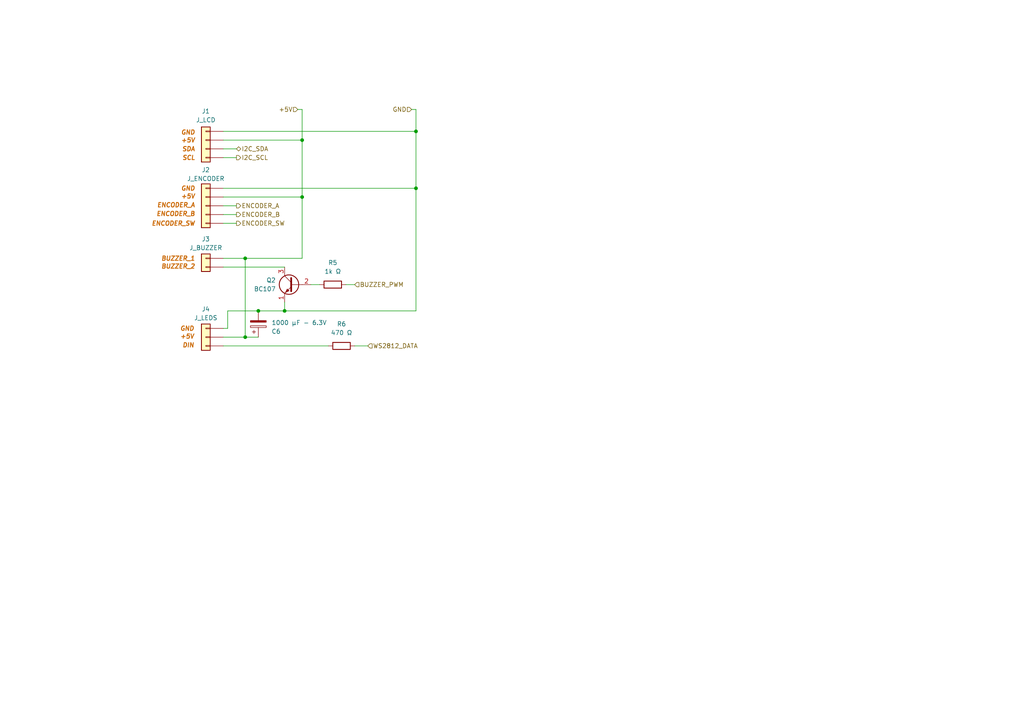
<source format=kicad_sch>
(kicad_sch (version 20250114) (generator "eeschema") (generator_version "9.0")
  (paper "A4")
  (title_block (title "Van Onboard Computer") (date "2025-11-30") (rev "1.0"))
  (lib_symbols
    (symbol "Connector_Generic:Conn_01x02" (pin_numbers (hide yes)) (pin_names (offset 1.016) (hide yes))
      (property "Reference" "J" (at 0 2.54 0))
      (property "Value" "Conn_01x02" (at 0 -5.08 0))
      (symbol "Conn_01x02_1_1"
        (rectangle (start -1.27 1.27) (end 1.27 -3.81) (stroke (width 0.254)) (fill (type background)))
        (rectangle (start -1.27 0.127) (end 0 -0.127) (stroke (width 0.1524)))
        (rectangle (start -1.27 -2.413) (end 0 -2.667) (stroke (width 0.1524)))
        (pin passive line (at -5.08 0 0) (length 3.81) (name "Pin_1") (number "1"))
        (pin passive line (at -5.08 -2.54 0) (length 3.81) (name "Pin_2") (number "2"))
      )
    )
    (symbol "Connector_Generic:Conn_01x03" (pin_numbers (hide yes)) (pin_names (offset 1.016) (hide yes))
      (property "Reference" "J" (at 0 5.08 0))
      (property "Value" "Conn_01x03" (at 0 -5.08 0))
      (symbol "Conn_01x03_1_1"
        (rectangle (start -1.27 3.81) (end 1.27 -3.81) (stroke (width 0.254)) (fill (type background)))
        (rectangle (start -1.27 2.667) (end 0 2.413) (stroke (width 0.1524)))
        (rectangle (start -1.27 0.127) (end 0 -0.127) (stroke (width 0.1524)))
        (rectangle (start -1.27 -2.413) (end 0 -2.667) (stroke (width 0.1524)))
        (pin passive line (at -5.08 2.54 0) (length 3.81) (name "Pin_1") (number "1"))
        (pin passive line (at -5.08 0 0) (length 3.81) (name "Pin_2") (number "2"))
        (pin passive line (at -5.08 -2.54 0) (length 3.81) (name "Pin_3") (number "3"))
      )
    )
    (symbol "Connector_Generic:Conn_01x04" (pin_numbers (hide yes)) (pin_names (offset 1.016) (hide yes))
      (property "Reference" "J" (at 0 5.08 0))
      (property "Value" "Conn_01x04" (at 0 -7.62 0))
      (symbol "Conn_01x04_1_1"
        (rectangle (start -1.27 3.81) (end 1.27 -6.35) (stroke (width 0.254)) (fill (type background)))
        (rectangle (start -1.27 2.667) (end 0 2.413) (stroke (width 0.1524)))
        (rectangle (start -1.27 0.127) (end 0 -0.127) (stroke (width 0.1524)))
        (rectangle (start -1.27 -2.413) (end 0 -2.667) (stroke (width 0.1524)))
        (rectangle (start -1.27 -4.953) (end 0 -5.207) (stroke (width 0.1524)))
        (pin passive line (at -5.08 2.54 0) (length 3.81) (name "Pin_1") (number "1"))
        (pin passive line (at -5.08 0 0) (length 3.81) (name "Pin_2") (number "2"))
        (pin passive line (at -5.08 -2.54 0) (length 3.81) (name "Pin_3") (number "3"))
        (pin passive line (at -5.08 -5.08 0) (length 3.81) (name "Pin_4") (number "4"))
      )
    )
    (symbol "Connector_Generic:Conn_01x05" (pin_numbers (hide yes)) (pin_names (offset 1.016) (hide yes))
      (property "Reference" "J" (at 0 7.62 0))
      (property "Value" "Conn_01x05" (at 0 -7.62 0))
      (symbol "Conn_01x05_1_1"
        (rectangle (start -1.27 6.35) (end 1.27 -6.35) (stroke (width 0.254)) (fill (type background)))
        (rectangle (start -1.27 5.207) (end 0 4.953) (stroke (width 0.1524)))
        (rectangle (start -1.27 2.667) (end 0 2.413) (stroke (width 0.1524)))
        (rectangle (start -1.27 0.127) (end 0 -0.127) (stroke (width 0.1524)))
        (rectangle (start -1.27 -2.413) (end 0 -2.667) (stroke (width 0.1524)))
        (rectangle (start -1.27 -4.953) (end 0 -5.207) (stroke (width 0.1524)))
        (pin passive line (at -5.08 5.08 0) (length 3.81) (name "Pin_1") (number "1"))
        (pin passive line (at -5.08 2.54 0) (length 3.81) (name "Pin_2") (number "2"))
        (pin passive line (at -5.08 0 0) (length 3.81) (name "Pin_3") (number "3"))
        (pin passive line (at -5.08 -2.54 0) (length 3.81) (name "Pin_4") (number "4"))
        (pin passive line (at -5.08 -5.08 0) (length 3.81) (name "Pin_5") (number "5"))
      )
    )
    (symbol "Device:C_Polarized" (pin_numbers (hide yes)) (pin_names (offset 0.254))
      (property "Reference" "C" (at 0.635 2.54 0))
      (property "Value" "C_Polarized" (at 0.635 -2.54 0))
      (symbol "C_Polarized_0_1"
        (rectangle (start -2.286 0.508) (end 2.286 1.016))
        (polyline (pts (xy -1.778 2.286) (xy -0.762 2.286)))
        (polyline (pts (xy -1.27 2.794) (xy -1.27 1.778)))
        (rectangle (start 2.286 -0.508) (end -2.286 -1.016) (fill (type outline)))
      )
      (symbol "C_Polarized_1_1"
        (pin passive line (at 0 3.81 270) (length 2.794) (name "~") (number "1"))
        (pin passive line (at 0 -3.81 90) (length 2.794) (name "~") (number "2"))
      )
    )
    (symbol "Device:R" (pin_numbers (hide yes)) (pin_names (offset 0))
      (property "Reference" "R" (at 2.032 0 90))
      (property "Value" "R" (at 0 0 90))
      (symbol "R_0_1"
        (rectangle (start -1.016 -2.54) (end 1.016 2.54) (stroke (width 0.254)))
      )
      (symbol "R_1_1"
        (pin passive line (at 0 3.81 270) (length 1.27) (name "~") (number "1"))
        (pin passive line (at 0 -3.81 90) (length 1.27) (name "~") (number "2"))
      )
    )
    (symbol "Transistor_BJT:BC107" (pin_names (offset 0) (hide yes))
      (property "Reference" "Q" (at 5.08 1.905 0))
      (property "Value" "BC107" (at 5.08 0 0))
      (symbol "BC107_0_1"
        (polyline (pts (xy -2.54 0) (xy 0.635 0)))
        (polyline (pts (xy 0.635 1.905) (xy 0.635 -1.905)) (stroke (width 0.508)))
        (circle (center 1.27 0) (radius 2.8194) (stroke (width 0.254)))
      )
      (symbol "BC107_1_1"
        (polyline (pts (xy 0.635 0.635) (xy 2.54 2.54)))
        (polyline (pts (xy 0.635 -0.635) (xy 2.54 -2.54)))
        (polyline (pts (xy 1.27 -1.778) (xy 1.778 -1.27) (xy 2.286 -2.286) (xy 1.27 -1.778)) (fill (type outline)))
        (pin input line (at -5.08 0 0) (length 2.54) (name "B") (number "2"))
        (pin passive line (at 2.54 5.08 270) (length 2.54) (name "C") (number "3"))
        (pin passive line (at 2.54 -5.08 90) (length 2.54) (name "E") (number "1"))
      )
    )
  )
  (text "GND" (at 56.388 95.504 0) (effects (font (size 1.27 1.27) (thickness 0.254) (bold yes) (italic yes)) (justify right)))
  (text "+5V" (at 56.642 57.15 0) (effects (font (size 1.27 1.27) (thickness 0.254) (bold yes) (italic yes)) (justify right)))
  (text "SDA" (at 56.642 43.434 0) (effects (font (size 1.27 1.27) (thickness 0.254) (bold yes) (italic yes)) (justify right)))
  (text "ENCODER_A" (at 56.642 59.69 0) (effects (font (size 1.27 1.27) (thickness 0.254) (bold yes) (italic yes)) (justify right)))
  (text "ENCODER_SW" (at 56.642 65.024 0) (effects (font (size 1.27 1.27) (thickness 0.254) (bold yes) (italic yes)) (justify right)))
  (text "BUZZER_2" (at 56.642 77.47 0) (effects (font (size 1.27 1.27) (thickness 0.254) (bold yes) (italic yes)) (justify right)))
  (text "BUZZER_1" (at 56.642 75.184 0) (effects (font (size 1.27 1.27) (thickness 0.254) (bold yes) (italic yes)) (justify right)))
  (text "SCL" (at 56.642 45.974 0) (effects (font (size 1.27 1.27) (thickness 0.254) (bold yes) (italic yes)) (justify right)))
  (text "+5V" (at 56.642 40.894 0) (effects (font (size 1.27 1.27) (thickness 0.254) (bold yes) (italic yes)) (justify right)))
  (text "ENCODER_B" (at 56.642 62.23 0) (effects (font (size 1.27 1.27) (thickness 0.254) (bold yes) (italic yes)) (justify right)))
  (text "GND" (at 56.642 54.864 0) (effects (font (size 1.27 1.27) (thickness 0.254) (bold yes) (italic yes)) (justify right)))
  (text "DIN" (at 56.388 100.33 0) (effects (font (size 1.27 1.27) (thickness 0.254) (bold yes) (italic yes)) (justify right)))
  (text "+5V" (at 56.388 97.79 0) (effects (font (size 1.27 1.27) (thickness 0.254) (bold yes) (italic yes)) (justify right)))
  (text "GND" (at 56.642 38.608 0) (effects (font (size 1.27 1.27) (thickness 0.254) (bold yes) (italic yes)) (justify right)))
  (junction (at 71.12 97.79))
  (junction (at 120.65 54.61))
  (junction (at 120.65 38.1))
  (junction (at 87.63 57.15))
  (junction (at 74.93 90.17))
  (junction (at 87.63 40.64))
  (junction (at 82.55 90.17))
  (junction (at 71.12 74.93))
  (wire (pts (xy 86.36 31.75) (xy 87.63 31.75)))
  (wire (pts (xy 64.77 74.93) (xy 71.12 74.93)))
  (wire (pts (xy 64.77 45.72) (xy 68.58 45.72)))
  (wire (pts (xy 66.04 95.25) (xy 64.77 95.25)))
  (wire (pts (xy 102.87 82.55) (xy 100.33 82.55)))
  (wire (pts (xy 64.77 77.47) (xy 82.55 77.47)))
  (wire (pts (xy 87.63 40.64) (xy 87.63 57.15)))
  (wire (pts (xy 92.71 82.55) (xy 90.17 82.55)))
  (wire (pts (xy 64.77 100.33) (xy 95.25 100.33)))
  (wire (pts (xy 87.63 31.75) (xy 87.63 40.64)))
  (wire (pts (xy 64.77 40.64) (xy 87.63 40.64)))
  (wire (pts (xy 64.77 97.79) (xy 71.12 97.79)))
  (wire (pts (xy 64.77 43.18) (xy 68.58 43.18)))
  (wire (pts (xy 64.77 59.69) (xy 68.58 59.69)))
  (wire (pts (xy 120.65 31.75) (xy 120.65 38.1)))
  (wire (pts (xy 71.12 97.79) (xy 74.93 97.79)))
  (wire (pts (xy 82.55 90.17) (xy 120.65 90.17)))
  (wire (pts (xy 66.04 95.25) (xy 66.04 90.17)))
  (wire (pts (xy 64.77 54.61) (xy 120.65 54.61)))
  (wire (pts (xy 66.04 90.17) (xy 74.93 90.17)))
  (wire (pts (xy 71.12 74.93) (xy 87.63 74.93)))
  (wire (pts (xy 106.68 100.33) (xy 102.87 100.33)))
  (wire (pts (xy 64.77 64.77) (xy 68.58 64.77)))
  (wire (pts (xy 82.55 87.63) (xy 82.55 90.17)))
  (wire (pts (xy 120.65 54.61) (xy 120.65 90.17)))
  (wire (pts (xy 74.93 90.17) (xy 82.55 90.17)))
  (wire (pts (xy 87.63 57.15) (xy 87.63 74.93)))
  (wire (pts (xy 119.38 31.75) (xy 120.65 31.75)))
  (wire (pts (xy 120.65 38.1) (xy 120.65 54.61)))
  (wire (pts (xy 64.77 57.15) (xy 87.63 57.15)))
  (wire (pts (xy 64.77 62.23) (xy 68.58 62.23)))
  (wire (pts (xy 71.12 97.79) (xy 71.12 74.93)))
  (wire (pts (xy 64.77 38.1) (xy 120.65 38.1)))
  (hierarchical_label "GND" (shape input) (at 119.38 31.75 180))
  (hierarchical_label "ENCODER_SW" (shape output) (at 68.58 64.77 0))
  (hierarchical_label "I2C_SDA" (shape bidirectional) (at 68.58 43.18 0))
  (hierarchical_label "ENCODER_A" (shape output) (at 68.58 59.69 0))
  (hierarchical_label "I2C_SCL" (shape output) (at 68.58 45.72 0))
  (hierarchical_label "ENCODER_B" (shape output) (at 68.58 62.23 0))
  (hierarchical_label "WS2812_DATA" (shape input) (at 106.68 100.33 0))
  (hierarchical_label "BUZZER_PWM" (shape input) (at 102.87 82.55 0))
  (hierarchical_label "+5V" (shape input) (at 86.36 31.75 180))
  (symbol (lib_id "Connector_Generic:Conn_01x03") (at 59.69 97.79 0) (mirror y) (unit 1)
    (property "Reference" "J4" (at 59.69 89.662 0))
    (property "Value" "J_LEDS" (at 59.69 92.202 0))
    (property "Description" "Generic connector, single row, 01x03, script generated (kicad-library-utils/schlib/autogen/connector/)" (effects (hide yes)))
  )
  (symbol (lib_id "Connector_Generic:Conn_01x04") (at 59.69 40.64 0) (mirror y) (unit 1)
    (property "Reference" "J1" (at 59.69 32.258 0))
    (property "Value" "J_LCD" (at 59.69 34.798 0))
    (property "Description" "Generic connector, single row, 01x04, script generated (kicad-library-utils/schlib/autogen/connector/)" (effects (hide yes)))
  )
  (symbol (lib_id "Connector_Generic:Conn_01x02") (at 59.69 74.93 0) (mirror y) (unit 1)
    (property "Reference" "J3" (at 59.69 69.342 0))
    (property "Value" "J_BUZZER" (at 59.69 71.882 0))
    (property "Description" "Generic connector, single row, 01x02, script generated (kicad-library-utils/schlib/autogen/connector/)" (effects (hide yes)))
  )
  (symbol (lib_id "Device:R") (at 96.52 82.55 270) (mirror x) (unit 1)
    (property "Reference" "R5" (at 96.52 76.2 90))
    (property "Value" "1k Ω" (at 96.52 78.74 90))
    (property "Description" "Resistor" (effects (hide yes)))
  )
  (symbol (lib_id "Device:C_Polarized") (at 74.93 93.98 0) (mirror x) (unit 1)
    (property "Reference" "C6" (at 78.74 96.1391 0) (effects (justify left)))
    (property "Value" "1000 µF - 6.3V" (at 78.74 93.5991 0) (effects (justify left)))
    (property "Description" "Polarized capacitor" (effects (hide yes)))
  )
  (symbol (lib_id "Device:R") (at 99.06 100.33 270) (mirror x) (unit 1)
    (property "Reference" "R6" (at 99.06 93.98 90))
    (property "Value" "470 Ω" (at 99.06 96.52 90))
    (property "Description" "Resistor" (effects (hide yes)))
  )
  (symbol (lib_id "Connector_Generic:Conn_01x05") (at 59.69 59.69 0) (mirror y) (unit 1)
    (property "Reference" "J2" (at 59.69 49.276 0))
    (property "Value" "J_ENCODER" (at 59.69 51.816 0))
    (property "Description" "Generic connector, single row, 01x05, script generated (kicad-library-utils/schlib/autogen/connector/)" (effects (hide yes)))
  )
  (symbol (lib_id "Transistor_BJT:BC107") (at 85.09 82.55 0) (mirror y) (unit 1)
    (property "Reference" "Q2" (at 80.01 81.2799 0) (effects (justify left)))
    (property "Value" "BC107" (at 80.01 83.8199 0) (effects (justify left)))
    (property "Footprint" "Package_TO_SOT_THT:TO-18-3" (effects (hide yes)))
    (property "Datasheet" "http://www.b-kainka.de/Daten/Transistor/BC108.pdf" (effects (hide yes)))
    (property "Description" "0.1A Ic, 50V Vce, Low Noise General Purpose NPN Transistor, TO-18" (effects (hide yes)))
  )
)
</source>
